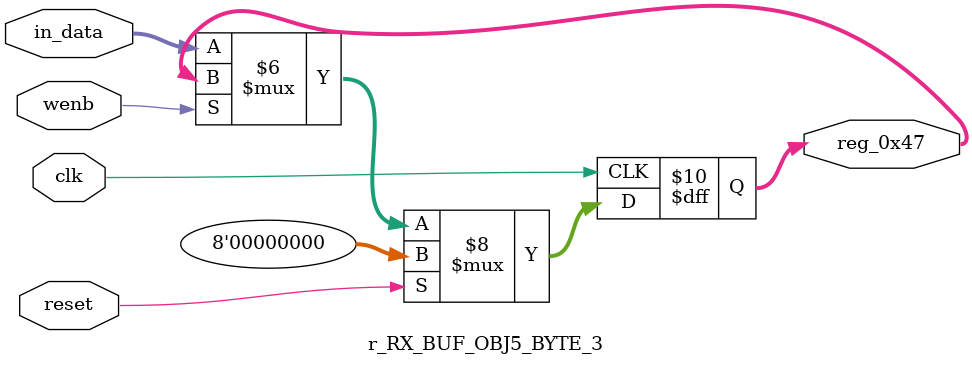
<source format=v>
module r_RX_BUF_OBJ5_BYTE_3(output reg [7:0] reg_0x47, input wire reset, input wire wenb, input wire [7:0] in_data, input wire clk);
	always@(posedge clk)
	begin
		if(reset==0) begin
			if(wenb==0)
				reg_0x47<=in_data;
			else
				reg_0x47<=reg_0x47;
		end
		else
			reg_0x47<=8'h00;
	end
endmodule
</source>
